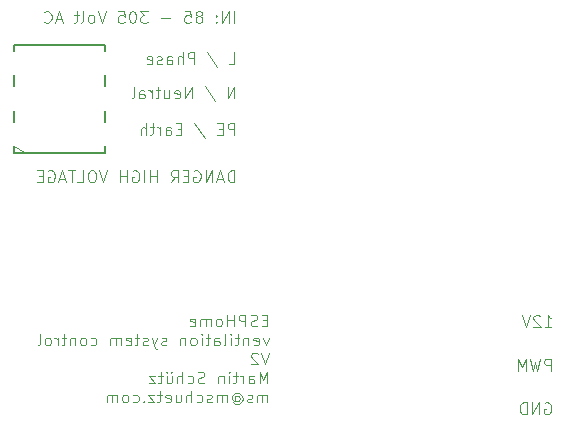
<source format=gbr>
%TF.GenerationSoftware,KiCad,Pcbnew,8.0.6*%
%TF.CreationDate,2025-02-17T14:25:19+01:00*%
%TF.ProjectId,KWLcontrol,4b574c63-6f6e-4747-926f-6c2e6b696361,rev?*%
%TF.SameCoordinates,Original*%
%TF.FileFunction,Legend,Bot*%
%TF.FilePolarity,Positive*%
%FSLAX46Y46*%
G04 Gerber Fmt 4.6, Leading zero omitted, Abs format (unit mm)*
G04 Created by KiCad (PCBNEW 8.0.6) date 2025-02-17 14:25:19*
%MOMM*%
%LPD*%
G01*
G04 APERTURE LIST*
%ADD10C,0.100000*%
%ADD11C,0.152400*%
G04 APERTURE END LIST*
D10*
X131896115Y-124472419D02*
X131896115Y-123472419D01*
X131896115Y-123472419D02*
X131658020Y-123472419D01*
X131658020Y-123472419D02*
X131515163Y-123520038D01*
X131515163Y-123520038D02*
X131419925Y-123615276D01*
X131419925Y-123615276D02*
X131372306Y-123710514D01*
X131372306Y-123710514D02*
X131324687Y-123900990D01*
X131324687Y-123900990D02*
X131324687Y-124043847D01*
X131324687Y-124043847D02*
X131372306Y-124234323D01*
X131372306Y-124234323D02*
X131419925Y-124329561D01*
X131419925Y-124329561D02*
X131515163Y-124424800D01*
X131515163Y-124424800D02*
X131658020Y-124472419D01*
X131658020Y-124472419D02*
X131896115Y-124472419D01*
X130943734Y-124186704D02*
X130467544Y-124186704D01*
X131038972Y-124472419D02*
X130705639Y-123472419D01*
X130705639Y-123472419D02*
X130372306Y-124472419D01*
X130038972Y-124472419D02*
X130038972Y-123472419D01*
X130038972Y-123472419D02*
X129467544Y-124472419D01*
X129467544Y-124472419D02*
X129467544Y-123472419D01*
X128467544Y-123520038D02*
X128562782Y-123472419D01*
X128562782Y-123472419D02*
X128705639Y-123472419D01*
X128705639Y-123472419D02*
X128848496Y-123520038D01*
X128848496Y-123520038D02*
X128943734Y-123615276D01*
X128943734Y-123615276D02*
X128991353Y-123710514D01*
X128991353Y-123710514D02*
X129038972Y-123900990D01*
X129038972Y-123900990D02*
X129038972Y-124043847D01*
X129038972Y-124043847D02*
X128991353Y-124234323D01*
X128991353Y-124234323D02*
X128943734Y-124329561D01*
X128943734Y-124329561D02*
X128848496Y-124424800D01*
X128848496Y-124424800D02*
X128705639Y-124472419D01*
X128705639Y-124472419D02*
X128610401Y-124472419D01*
X128610401Y-124472419D02*
X128467544Y-124424800D01*
X128467544Y-124424800D02*
X128419925Y-124377180D01*
X128419925Y-124377180D02*
X128419925Y-124043847D01*
X128419925Y-124043847D02*
X128610401Y-124043847D01*
X127991353Y-123948609D02*
X127658020Y-123948609D01*
X127515163Y-124472419D02*
X127991353Y-124472419D01*
X127991353Y-124472419D02*
X127991353Y-123472419D01*
X127991353Y-123472419D02*
X127515163Y-123472419D01*
X126515163Y-124472419D02*
X126848496Y-123996228D01*
X127086591Y-124472419D02*
X127086591Y-123472419D01*
X127086591Y-123472419D02*
X126705639Y-123472419D01*
X126705639Y-123472419D02*
X126610401Y-123520038D01*
X126610401Y-123520038D02*
X126562782Y-123567657D01*
X126562782Y-123567657D02*
X126515163Y-123662895D01*
X126515163Y-123662895D02*
X126515163Y-123805752D01*
X126515163Y-123805752D02*
X126562782Y-123900990D01*
X126562782Y-123900990D02*
X126610401Y-123948609D01*
X126610401Y-123948609D02*
X126705639Y-123996228D01*
X126705639Y-123996228D02*
X127086591Y-123996228D01*
X125324686Y-124472419D02*
X125324686Y-123472419D01*
X125324686Y-123948609D02*
X124753258Y-123948609D01*
X124753258Y-124472419D02*
X124753258Y-123472419D01*
X124277067Y-124472419D02*
X124277067Y-123472419D01*
X123277068Y-123520038D02*
X123372306Y-123472419D01*
X123372306Y-123472419D02*
X123515163Y-123472419D01*
X123515163Y-123472419D02*
X123658020Y-123520038D01*
X123658020Y-123520038D02*
X123753258Y-123615276D01*
X123753258Y-123615276D02*
X123800877Y-123710514D01*
X123800877Y-123710514D02*
X123848496Y-123900990D01*
X123848496Y-123900990D02*
X123848496Y-124043847D01*
X123848496Y-124043847D02*
X123800877Y-124234323D01*
X123800877Y-124234323D02*
X123753258Y-124329561D01*
X123753258Y-124329561D02*
X123658020Y-124424800D01*
X123658020Y-124424800D02*
X123515163Y-124472419D01*
X123515163Y-124472419D02*
X123419925Y-124472419D01*
X123419925Y-124472419D02*
X123277068Y-124424800D01*
X123277068Y-124424800D02*
X123229449Y-124377180D01*
X123229449Y-124377180D02*
X123229449Y-124043847D01*
X123229449Y-124043847D02*
X123419925Y-124043847D01*
X122800877Y-124472419D02*
X122800877Y-123472419D01*
X122800877Y-123948609D02*
X122229449Y-123948609D01*
X122229449Y-124472419D02*
X122229449Y-123472419D01*
X121134210Y-123472419D02*
X120800877Y-124472419D01*
X120800877Y-124472419D02*
X120467544Y-123472419D01*
X119943734Y-123472419D02*
X119753258Y-123472419D01*
X119753258Y-123472419D02*
X119658020Y-123520038D01*
X119658020Y-123520038D02*
X119562782Y-123615276D01*
X119562782Y-123615276D02*
X119515163Y-123805752D01*
X119515163Y-123805752D02*
X119515163Y-124139085D01*
X119515163Y-124139085D02*
X119562782Y-124329561D01*
X119562782Y-124329561D02*
X119658020Y-124424800D01*
X119658020Y-124424800D02*
X119753258Y-124472419D01*
X119753258Y-124472419D02*
X119943734Y-124472419D01*
X119943734Y-124472419D02*
X120038972Y-124424800D01*
X120038972Y-124424800D02*
X120134210Y-124329561D01*
X120134210Y-124329561D02*
X120181829Y-124139085D01*
X120181829Y-124139085D02*
X120181829Y-123805752D01*
X120181829Y-123805752D02*
X120134210Y-123615276D01*
X120134210Y-123615276D02*
X120038972Y-123520038D01*
X120038972Y-123520038D02*
X119943734Y-123472419D01*
X118610401Y-124472419D02*
X119086591Y-124472419D01*
X119086591Y-124472419D02*
X119086591Y-123472419D01*
X118419924Y-123472419D02*
X117848496Y-123472419D01*
X118134210Y-124472419D02*
X118134210Y-123472419D01*
X117562781Y-124186704D02*
X117086591Y-124186704D01*
X117658019Y-124472419D02*
X117324686Y-123472419D01*
X117324686Y-123472419D02*
X116991353Y-124472419D01*
X116134210Y-123520038D02*
X116229448Y-123472419D01*
X116229448Y-123472419D02*
X116372305Y-123472419D01*
X116372305Y-123472419D02*
X116515162Y-123520038D01*
X116515162Y-123520038D02*
X116610400Y-123615276D01*
X116610400Y-123615276D02*
X116658019Y-123710514D01*
X116658019Y-123710514D02*
X116705638Y-123900990D01*
X116705638Y-123900990D02*
X116705638Y-124043847D01*
X116705638Y-124043847D02*
X116658019Y-124234323D01*
X116658019Y-124234323D02*
X116610400Y-124329561D01*
X116610400Y-124329561D02*
X116515162Y-124424800D01*
X116515162Y-124424800D02*
X116372305Y-124472419D01*
X116372305Y-124472419D02*
X116277067Y-124472419D01*
X116277067Y-124472419D02*
X116134210Y-124424800D01*
X116134210Y-124424800D02*
X116086591Y-124377180D01*
X116086591Y-124377180D02*
X116086591Y-124043847D01*
X116086591Y-124043847D02*
X116277067Y-124043847D01*
X115658019Y-123948609D02*
X115324686Y-123948609D01*
X115181829Y-124472419D02*
X115658019Y-124472419D01*
X115658019Y-124472419D02*
X115658019Y-123472419D01*
X115658019Y-123472419D02*
X115181829Y-123472419D01*
X134696115Y-136158833D02*
X134362782Y-136158833D01*
X134219925Y-136682643D02*
X134696115Y-136682643D01*
X134696115Y-136682643D02*
X134696115Y-135682643D01*
X134696115Y-135682643D02*
X134219925Y-135682643D01*
X133838972Y-136635024D02*
X133696115Y-136682643D01*
X133696115Y-136682643D02*
X133458020Y-136682643D01*
X133458020Y-136682643D02*
X133362782Y-136635024D01*
X133362782Y-136635024D02*
X133315163Y-136587404D01*
X133315163Y-136587404D02*
X133267544Y-136492166D01*
X133267544Y-136492166D02*
X133267544Y-136396928D01*
X133267544Y-136396928D02*
X133315163Y-136301690D01*
X133315163Y-136301690D02*
X133362782Y-136254071D01*
X133362782Y-136254071D02*
X133458020Y-136206452D01*
X133458020Y-136206452D02*
X133648496Y-136158833D01*
X133648496Y-136158833D02*
X133743734Y-136111214D01*
X133743734Y-136111214D02*
X133791353Y-136063595D01*
X133791353Y-136063595D02*
X133838972Y-135968357D01*
X133838972Y-135968357D02*
X133838972Y-135873119D01*
X133838972Y-135873119D02*
X133791353Y-135777881D01*
X133791353Y-135777881D02*
X133743734Y-135730262D01*
X133743734Y-135730262D02*
X133648496Y-135682643D01*
X133648496Y-135682643D02*
X133410401Y-135682643D01*
X133410401Y-135682643D02*
X133267544Y-135730262D01*
X132838972Y-136682643D02*
X132838972Y-135682643D01*
X132838972Y-135682643D02*
X132458020Y-135682643D01*
X132458020Y-135682643D02*
X132362782Y-135730262D01*
X132362782Y-135730262D02*
X132315163Y-135777881D01*
X132315163Y-135777881D02*
X132267544Y-135873119D01*
X132267544Y-135873119D02*
X132267544Y-136015976D01*
X132267544Y-136015976D02*
X132315163Y-136111214D01*
X132315163Y-136111214D02*
X132362782Y-136158833D01*
X132362782Y-136158833D02*
X132458020Y-136206452D01*
X132458020Y-136206452D02*
X132838972Y-136206452D01*
X131838972Y-136682643D02*
X131838972Y-135682643D01*
X131838972Y-136158833D02*
X131267544Y-136158833D01*
X131267544Y-136682643D02*
X131267544Y-135682643D01*
X130648496Y-136682643D02*
X130743734Y-136635024D01*
X130743734Y-136635024D02*
X130791353Y-136587404D01*
X130791353Y-136587404D02*
X130838972Y-136492166D01*
X130838972Y-136492166D02*
X130838972Y-136206452D01*
X130838972Y-136206452D02*
X130791353Y-136111214D01*
X130791353Y-136111214D02*
X130743734Y-136063595D01*
X130743734Y-136063595D02*
X130648496Y-136015976D01*
X130648496Y-136015976D02*
X130505639Y-136015976D01*
X130505639Y-136015976D02*
X130410401Y-136063595D01*
X130410401Y-136063595D02*
X130362782Y-136111214D01*
X130362782Y-136111214D02*
X130315163Y-136206452D01*
X130315163Y-136206452D02*
X130315163Y-136492166D01*
X130315163Y-136492166D02*
X130362782Y-136587404D01*
X130362782Y-136587404D02*
X130410401Y-136635024D01*
X130410401Y-136635024D02*
X130505639Y-136682643D01*
X130505639Y-136682643D02*
X130648496Y-136682643D01*
X129886591Y-136682643D02*
X129886591Y-136015976D01*
X129886591Y-136111214D02*
X129838972Y-136063595D01*
X129838972Y-136063595D02*
X129743734Y-136015976D01*
X129743734Y-136015976D02*
X129600877Y-136015976D01*
X129600877Y-136015976D02*
X129505639Y-136063595D01*
X129505639Y-136063595D02*
X129458020Y-136158833D01*
X129458020Y-136158833D02*
X129458020Y-136682643D01*
X129458020Y-136158833D02*
X129410401Y-136063595D01*
X129410401Y-136063595D02*
X129315163Y-136015976D01*
X129315163Y-136015976D02*
X129172306Y-136015976D01*
X129172306Y-136015976D02*
X129077067Y-136063595D01*
X129077067Y-136063595D02*
X129029448Y-136158833D01*
X129029448Y-136158833D02*
X129029448Y-136682643D01*
X128172306Y-136635024D02*
X128267544Y-136682643D01*
X128267544Y-136682643D02*
X128458020Y-136682643D01*
X128458020Y-136682643D02*
X128553258Y-136635024D01*
X128553258Y-136635024D02*
X128600877Y-136539785D01*
X128600877Y-136539785D02*
X128600877Y-136158833D01*
X128600877Y-136158833D02*
X128553258Y-136063595D01*
X128553258Y-136063595D02*
X128458020Y-136015976D01*
X128458020Y-136015976D02*
X128267544Y-136015976D01*
X128267544Y-136015976D02*
X128172306Y-136063595D01*
X128172306Y-136063595D02*
X128124687Y-136158833D01*
X128124687Y-136158833D02*
X128124687Y-136254071D01*
X128124687Y-136254071D02*
X128600877Y-136349309D01*
X134791353Y-137625920D02*
X134553258Y-138292587D01*
X134553258Y-138292587D02*
X134315163Y-137625920D01*
X133553258Y-138244968D02*
X133648496Y-138292587D01*
X133648496Y-138292587D02*
X133838972Y-138292587D01*
X133838972Y-138292587D02*
X133934210Y-138244968D01*
X133934210Y-138244968D02*
X133981829Y-138149729D01*
X133981829Y-138149729D02*
X133981829Y-137768777D01*
X133981829Y-137768777D02*
X133934210Y-137673539D01*
X133934210Y-137673539D02*
X133838972Y-137625920D01*
X133838972Y-137625920D02*
X133648496Y-137625920D01*
X133648496Y-137625920D02*
X133553258Y-137673539D01*
X133553258Y-137673539D02*
X133505639Y-137768777D01*
X133505639Y-137768777D02*
X133505639Y-137864015D01*
X133505639Y-137864015D02*
X133981829Y-137959253D01*
X133077067Y-137625920D02*
X133077067Y-138292587D01*
X133077067Y-137721158D02*
X133029448Y-137673539D01*
X133029448Y-137673539D02*
X132934210Y-137625920D01*
X132934210Y-137625920D02*
X132791353Y-137625920D01*
X132791353Y-137625920D02*
X132696115Y-137673539D01*
X132696115Y-137673539D02*
X132648496Y-137768777D01*
X132648496Y-137768777D02*
X132648496Y-138292587D01*
X132315162Y-137625920D02*
X131934210Y-137625920D01*
X132172305Y-137292587D02*
X132172305Y-138149729D01*
X132172305Y-138149729D02*
X132124686Y-138244968D01*
X132124686Y-138244968D02*
X132029448Y-138292587D01*
X132029448Y-138292587D02*
X131934210Y-138292587D01*
X131600876Y-138292587D02*
X131600876Y-137625920D01*
X131600876Y-137292587D02*
X131648495Y-137340206D01*
X131648495Y-137340206D02*
X131600876Y-137387825D01*
X131600876Y-137387825D02*
X131553257Y-137340206D01*
X131553257Y-137340206D02*
X131600876Y-137292587D01*
X131600876Y-137292587D02*
X131600876Y-137387825D01*
X130981829Y-138292587D02*
X131077067Y-138244968D01*
X131077067Y-138244968D02*
X131124686Y-138149729D01*
X131124686Y-138149729D02*
X131124686Y-137292587D01*
X130172305Y-138292587D02*
X130172305Y-137768777D01*
X130172305Y-137768777D02*
X130219924Y-137673539D01*
X130219924Y-137673539D02*
X130315162Y-137625920D01*
X130315162Y-137625920D02*
X130505638Y-137625920D01*
X130505638Y-137625920D02*
X130600876Y-137673539D01*
X130172305Y-138244968D02*
X130267543Y-138292587D01*
X130267543Y-138292587D02*
X130505638Y-138292587D01*
X130505638Y-138292587D02*
X130600876Y-138244968D01*
X130600876Y-138244968D02*
X130648495Y-138149729D01*
X130648495Y-138149729D02*
X130648495Y-138054491D01*
X130648495Y-138054491D02*
X130600876Y-137959253D01*
X130600876Y-137959253D02*
X130505638Y-137911634D01*
X130505638Y-137911634D02*
X130267543Y-137911634D01*
X130267543Y-137911634D02*
X130172305Y-137864015D01*
X129838971Y-137625920D02*
X129458019Y-137625920D01*
X129696114Y-137292587D02*
X129696114Y-138149729D01*
X129696114Y-138149729D02*
X129648495Y-138244968D01*
X129648495Y-138244968D02*
X129553257Y-138292587D01*
X129553257Y-138292587D02*
X129458019Y-138292587D01*
X129124685Y-138292587D02*
X129124685Y-137625920D01*
X129124685Y-137292587D02*
X129172304Y-137340206D01*
X129172304Y-137340206D02*
X129124685Y-137387825D01*
X129124685Y-137387825D02*
X129077066Y-137340206D01*
X129077066Y-137340206D02*
X129124685Y-137292587D01*
X129124685Y-137292587D02*
X129124685Y-137387825D01*
X128505638Y-138292587D02*
X128600876Y-138244968D01*
X128600876Y-138244968D02*
X128648495Y-138197348D01*
X128648495Y-138197348D02*
X128696114Y-138102110D01*
X128696114Y-138102110D02*
X128696114Y-137816396D01*
X128696114Y-137816396D02*
X128648495Y-137721158D01*
X128648495Y-137721158D02*
X128600876Y-137673539D01*
X128600876Y-137673539D02*
X128505638Y-137625920D01*
X128505638Y-137625920D02*
X128362781Y-137625920D01*
X128362781Y-137625920D02*
X128267543Y-137673539D01*
X128267543Y-137673539D02*
X128219924Y-137721158D01*
X128219924Y-137721158D02*
X128172305Y-137816396D01*
X128172305Y-137816396D02*
X128172305Y-138102110D01*
X128172305Y-138102110D02*
X128219924Y-138197348D01*
X128219924Y-138197348D02*
X128267543Y-138244968D01*
X128267543Y-138244968D02*
X128362781Y-138292587D01*
X128362781Y-138292587D02*
X128505638Y-138292587D01*
X127743733Y-137625920D02*
X127743733Y-138292587D01*
X127743733Y-137721158D02*
X127696114Y-137673539D01*
X127696114Y-137673539D02*
X127600876Y-137625920D01*
X127600876Y-137625920D02*
X127458019Y-137625920D01*
X127458019Y-137625920D02*
X127362781Y-137673539D01*
X127362781Y-137673539D02*
X127315162Y-137768777D01*
X127315162Y-137768777D02*
X127315162Y-138292587D01*
X126124685Y-138244968D02*
X126029447Y-138292587D01*
X126029447Y-138292587D02*
X125838971Y-138292587D01*
X125838971Y-138292587D02*
X125743733Y-138244968D01*
X125743733Y-138244968D02*
X125696114Y-138149729D01*
X125696114Y-138149729D02*
X125696114Y-138102110D01*
X125696114Y-138102110D02*
X125743733Y-138006872D01*
X125743733Y-138006872D02*
X125838971Y-137959253D01*
X125838971Y-137959253D02*
X125981828Y-137959253D01*
X125981828Y-137959253D02*
X126077066Y-137911634D01*
X126077066Y-137911634D02*
X126124685Y-137816396D01*
X126124685Y-137816396D02*
X126124685Y-137768777D01*
X126124685Y-137768777D02*
X126077066Y-137673539D01*
X126077066Y-137673539D02*
X125981828Y-137625920D01*
X125981828Y-137625920D02*
X125838971Y-137625920D01*
X125838971Y-137625920D02*
X125743733Y-137673539D01*
X125362780Y-137625920D02*
X125124685Y-138292587D01*
X124886590Y-137625920D02*
X125124685Y-138292587D01*
X125124685Y-138292587D02*
X125219923Y-138530682D01*
X125219923Y-138530682D02*
X125267542Y-138578301D01*
X125267542Y-138578301D02*
X125362780Y-138625920D01*
X124553256Y-138244968D02*
X124458018Y-138292587D01*
X124458018Y-138292587D02*
X124267542Y-138292587D01*
X124267542Y-138292587D02*
X124172304Y-138244968D01*
X124172304Y-138244968D02*
X124124685Y-138149729D01*
X124124685Y-138149729D02*
X124124685Y-138102110D01*
X124124685Y-138102110D02*
X124172304Y-138006872D01*
X124172304Y-138006872D02*
X124267542Y-137959253D01*
X124267542Y-137959253D02*
X124410399Y-137959253D01*
X124410399Y-137959253D02*
X124505637Y-137911634D01*
X124505637Y-137911634D02*
X124553256Y-137816396D01*
X124553256Y-137816396D02*
X124553256Y-137768777D01*
X124553256Y-137768777D02*
X124505637Y-137673539D01*
X124505637Y-137673539D02*
X124410399Y-137625920D01*
X124410399Y-137625920D02*
X124267542Y-137625920D01*
X124267542Y-137625920D02*
X124172304Y-137673539D01*
X123838970Y-137625920D02*
X123458018Y-137625920D01*
X123696113Y-137292587D02*
X123696113Y-138149729D01*
X123696113Y-138149729D02*
X123648494Y-138244968D01*
X123648494Y-138244968D02*
X123553256Y-138292587D01*
X123553256Y-138292587D02*
X123458018Y-138292587D01*
X122743732Y-138244968D02*
X122838970Y-138292587D01*
X122838970Y-138292587D02*
X123029446Y-138292587D01*
X123029446Y-138292587D02*
X123124684Y-138244968D01*
X123124684Y-138244968D02*
X123172303Y-138149729D01*
X123172303Y-138149729D02*
X123172303Y-137768777D01*
X123172303Y-137768777D02*
X123124684Y-137673539D01*
X123124684Y-137673539D02*
X123029446Y-137625920D01*
X123029446Y-137625920D02*
X122838970Y-137625920D01*
X122838970Y-137625920D02*
X122743732Y-137673539D01*
X122743732Y-137673539D02*
X122696113Y-137768777D01*
X122696113Y-137768777D02*
X122696113Y-137864015D01*
X122696113Y-137864015D02*
X123172303Y-137959253D01*
X122267541Y-138292587D02*
X122267541Y-137625920D01*
X122267541Y-137721158D02*
X122219922Y-137673539D01*
X122219922Y-137673539D02*
X122124684Y-137625920D01*
X122124684Y-137625920D02*
X121981827Y-137625920D01*
X121981827Y-137625920D02*
X121886589Y-137673539D01*
X121886589Y-137673539D02*
X121838970Y-137768777D01*
X121838970Y-137768777D02*
X121838970Y-138292587D01*
X121838970Y-137768777D02*
X121791351Y-137673539D01*
X121791351Y-137673539D02*
X121696113Y-137625920D01*
X121696113Y-137625920D02*
X121553256Y-137625920D01*
X121553256Y-137625920D02*
X121458017Y-137673539D01*
X121458017Y-137673539D02*
X121410398Y-137768777D01*
X121410398Y-137768777D02*
X121410398Y-138292587D01*
X119743732Y-138244968D02*
X119838970Y-138292587D01*
X119838970Y-138292587D02*
X120029446Y-138292587D01*
X120029446Y-138292587D02*
X120124684Y-138244968D01*
X120124684Y-138244968D02*
X120172303Y-138197348D01*
X120172303Y-138197348D02*
X120219922Y-138102110D01*
X120219922Y-138102110D02*
X120219922Y-137816396D01*
X120219922Y-137816396D02*
X120172303Y-137721158D01*
X120172303Y-137721158D02*
X120124684Y-137673539D01*
X120124684Y-137673539D02*
X120029446Y-137625920D01*
X120029446Y-137625920D02*
X119838970Y-137625920D01*
X119838970Y-137625920D02*
X119743732Y-137673539D01*
X119172303Y-138292587D02*
X119267541Y-138244968D01*
X119267541Y-138244968D02*
X119315160Y-138197348D01*
X119315160Y-138197348D02*
X119362779Y-138102110D01*
X119362779Y-138102110D02*
X119362779Y-137816396D01*
X119362779Y-137816396D02*
X119315160Y-137721158D01*
X119315160Y-137721158D02*
X119267541Y-137673539D01*
X119267541Y-137673539D02*
X119172303Y-137625920D01*
X119172303Y-137625920D02*
X119029446Y-137625920D01*
X119029446Y-137625920D02*
X118934208Y-137673539D01*
X118934208Y-137673539D02*
X118886589Y-137721158D01*
X118886589Y-137721158D02*
X118838970Y-137816396D01*
X118838970Y-137816396D02*
X118838970Y-138102110D01*
X118838970Y-138102110D02*
X118886589Y-138197348D01*
X118886589Y-138197348D02*
X118934208Y-138244968D01*
X118934208Y-138244968D02*
X119029446Y-138292587D01*
X119029446Y-138292587D02*
X119172303Y-138292587D01*
X118410398Y-137625920D02*
X118410398Y-138292587D01*
X118410398Y-137721158D02*
X118362779Y-137673539D01*
X118362779Y-137673539D02*
X118267541Y-137625920D01*
X118267541Y-137625920D02*
X118124684Y-137625920D01*
X118124684Y-137625920D02*
X118029446Y-137673539D01*
X118029446Y-137673539D02*
X117981827Y-137768777D01*
X117981827Y-137768777D02*
X117981827Y-138292587D01*
X117648493Y-137625920D02*
X117267541Y-137625920D01*
X117505636Y-137292587D02*
X117505636Y-138149729D01*
X117505636Y-138149729D02*
X117458017Y-138244968D01*
X117458017Y-138244968D02*
X117362779Y-138292587D01*
X117362779Y-138292587D02*
X117267541Y-138292587D01*
X116934207Y-138292587D02*
X116934207Y-137625920D01*
X116934207Y-137816396D02*
X116886588Y-137721158D01*
X116886588Y-137721158D02*
X116838969Y-137673539D01*
X116838969Y-137673539D02*
X116743731Y-137625920D01*
X116743731Y-137625920D02*
X116648493Y-137625920D01*
X116172302Y-138292587D02*
X116267540Y-138244968D01*
X116267540Y-138244968D02*
X116315159Y-138197348D01*
X116315159Y-138197348D02*
X116362778Y-138102110D01*
X116362778Y-138102110D02*
X116362778Y-137816396D01*
X116362778Y-137816396D02*
X116315159Y-137721158D01*
X116315159Y-137721158D02*
X116267540Y-137673539D01*
X116267540Y-137673539D02*
X116172302Y-137625920D01*
X116172302Y-137625920D02*
X116029445Y-137625920D01*
X116029445Y-137625920D02*
X115934207Y-137673539D01*
X115934207Y-137673539D02*
X115886588Y-137721158D01*
X115886588Y-137721158D02*
X115838969Y-137816396D01*
X115838969Y-137816396D02*
X115838969Y-138102110D01*
X115838969Y-138102110D02*
X115886588Y-138197348D01*
X115886588Y-138197348D02*
X115934207Y-138244968D01*
X115934207Y-138244968D02*
X116029445Y-138292587D01*
X116029445Y-138292587D02*
X116172302Y-138292587D01*
X115267540Y-138292587D02*
X115362778Y-138244968D01*
X115362778Y-138244968D02*
X115410397Y-138149729D01*
X115410397Y-138149729D02*
X115410397Y-137292587D01*
X134838972Y-138902531D02*
X134505639Y-139902531D01*
X134505639Y-139902531D02*
X134172306Y-138902531D01*
X133886591Y-138997769D02*
X133838972Y-138950150D01*
X133838972Y-138950150D02*
X133743734Y-138902531D01*
X133743734Y-138902531D02*
X133505639Y-138902531D01*
X133505639Y-138902531D02*
X133410401Y-138950150D01*
X133410401Y-138950150D02*
X133362782Y-138997769D01*
X133362782Y-138997769D02*
X133315163Y-139093007D01*
X133315163Y-139093007D02*
X133315163Y-139188245D01*
X133315163Y-139188245D02*
X133362782Y-139331102D01*
X133362782Y-139331102D02*
X133934210Y-139902531D01*
X133934210Y-139902531D02*
X133315163Y-139902531D01*
X134696115Y-141512475D02*
X134696115Y-140512475D01*
X134696115Y-140512475D02*
X134362782Y-141226760D01*
X134362782Y-141226760D02*
X134029449Y-140512475D01*
X134029449Y-140512475D02*
X134029449Y-141512475D01*
X133124687Y-141512475D02*
X133124687Y-140988665D01*
X133124687Y-140988665D02*
X133172306Y-140893427D01*
X133172306Y-140893427D02*
X133267544Y-140845808D01*
X133267544Y-140845808D02*
X133458020Y-140845808D01*
X133458020Y-140845808D02*
X133553258Y-140893427D01*
X133124687Y-141464856D02*
X133219925Y-141512475D01*
X133219925Y-141512475D02*
X133458020Y-141512475D01*
X133458020Y-141512475D02*
X133553258Y-141464856D01*
X133553258Y-141464856D02*
X133600877Y-141369617D01*
X133600877Y-141369617D02*
X133600877Y-141274379D01*
X133600877Y-141274379D02*
X133553258Y-141179141D01*
X133553258Y-141179141D02*
X133458020Y-141131522D01*
X133458020Y-141131522D02*
X133219925Y-141131522D01*
X133219925Y-141131522D02*
X133124687Y-141083903D01*
X132648496Y-141512475D02*
X132648496Y-140845808D01*
X132648496Y-141036284D02*
X132600877Y-140941046D01*
X132600877Y-140941046D02*
X132553258Y-140893427D01*
X132553258Y-140893427D02*
X132458020Y-140845808D01*
X132458020Y-140845808D02*
X132362782Y-140845808D01*
X132172305Y-140845808D02*
X131791353Y-140845808D01*
X132029448Y-140512475D02*
X132029448Y-141369617D01*
X132029448Y-141369617D02*
X131981829Y-141464856D01*
X131981829Y-141464856D02*
X131886591Y-141512475D01*
X131886591Y-141512475D02*
X131791353Y-141512475D01*
X131458019Y-141512475D02*
X131458019Y-140845808D01*
X131458019Y-140512475D02*
X131505638Y-140560094D01*
X131505638Y-140560094D02*
X131458019Y-140607713D01*
X131458019Y-140607713D02*
X131410400Y-140560094D01*
X131410400Y-140560094D02*
X131458019Y-140512475D01*
X131458019Y-140512475D02*
X131458019Y-140607713D01*
X130981829Y-140845808D02*
X130981829Y-141512475D01*
X130981829Y-140941046D02*
X130934210Y-140893427D01*
X130934210Y-140893427D02*
X130838972Y-140845808D01*
X130838972Y-140845808D02*
X130696115Y-140845808D01*
X130696115Y-140845808D02*
X130600877Y-140893427D01*
X130600877Y-140893427D02*
X130553258Y-140988665D01*
X130553258Y-140988665D02*
X130553258Y-141512475D01*
X129362781Y-141464856D02*
X129219924Y-141512475D01*
X129219924Y-141512475D02*
X128981829Y-141512475D01*
X128981829Y-141512475D02*
X128886591Y-141464856D01*
X128886591Y-141464856D02*
X128838972Y-141417236D01*
X128838972Y-141417236D02*
X128791353Y-141321998D01*
X128791353Y-141321998D02*
X128791353Y-141226760D01*
X128791353Y-141226760D02*
X128838972Y-141131522D01*
X128838972Y-141131522D02*
X128886591Y-141083903D01*
X128886591Y-141083903D02*
X128981829Y-141036284D01*
X128981829Y-141036284D02*
X129172305Y-140988665D01*
X129172305Y-140988665D02*
X129267543Y-140941046D01*
X129267543Y-140941046D02*
X129315162Y-140893427D01*
X129315162Y-140893427D02*
X129362781Y-140798189D01*
X129362781Y-140798189D02*
X129362781Y-140702951D01*
X129362781Y-140702951D02*
X129315162Y-140607713D01*
X129315162Y-140607713D02*
X129267543Y-140560094D01*
X129267543Y-140560094D02*
X129172305Y-140512475D01*
X129172305Y-140512475D02*
X128934210Y-140512475D01*
X128934210Y-140512475D02*
X128791353Y-140560094D01*
X127934210Y-141464856D02*
X128029448Y-141512475D01*
X128029448Y-141512475D02*
X128219924Y-141512475D01*
X128219924Y-141512475D02*
X128315162Y-141464856D01*
X128315162Y-141464856D02*
X128362781Y-141417236D01*
X128362781Y-141417236D02*
X128410400Y-141321998D01*
X128410400Y-141321998D02*
X128410400Y-141036284D01*
X128410400Y-141036284D02*
X128362781Y-140941046D01*
X128362781Y-140941046D02*
X128315162Y-140893427D01*
X128315162Y-140893427D02*
X128219924Y-140845808D01*
X128219924Y-140845808D02*
X128029448Y-140845808D01*
X128029448Y-140845808D02*
X127934210Y-140893427D01*
X127505638Y-141512475D02*
X127505638Y-140512475D01*
X127077067Y-141512475D02*
X127077067Y-140988665D01*
X127077067Y-140988665D02*
X127124686Y-140893427D01*
X127124686Y-140893427D02*
X127219924Y-140845808D01*
X127219924Y-140845808D02*
X127362781Y-140845808D01*
X127362781Y-140845808D02*
X127458019Y-140893427D01*
X127458019Y-140893427D02*
X127505638Y-140941046D01*
X126172305Y-140845808D02*
X126172305Y-141512475D01*
X126600876Y-140845808D02*
X126600876Y-141369617D01*
X126600876Y-141369617D02*
X126553257Y-141464856D01*
X126553257Y-141464856D02*
X126458019Y-141512475D01*
X126458019Y-141512475D02*
X126315162Y-141512475D01*
X126315162Y-141512475D02*
X126219924Y-141464856D01*
X126219924Y-141464856D02*
X126172305Y-141417236D01*
X126553257Y-140512475D02*
X126505638Y-140560094D01*
X126505638Y-140560094D02*
X126553257Y-140607713D01*
X126553257Y-140607713D02*
X126600876Y-140560094D01*
X126600876Y-140560094D02*
X126553257Y-140512475D01*
X126553257Y-140512475D02*
X126553257Y-140607713D01*
X126172305Y-140512475D02*
X126124686Y-140560094D01*
X126124686Y-140560094D02*
X126172305Y-140607713D01*
X126172305Y-140607713D02*
X126219924Y-140560094D01*
X126219924Y-140560094D02*
X126172305Y-140512475D01*
X126172305Y-140512475D02*
X126172305Y-140607713D01*
X125838971Y-140845808D02*
X125458019Y-140845808D01*
X125696114Y-140512475D02*
X125696114Y-141369617D01*
X125696114Y-141369617D02*
X125648495Y-141464856D01*
X125648495Y-141464856D02*
X125553257Y-141512475D01*
X125553257Y-141512475D02*
X125458019Y-141512475D01*
X125219923Y-140845808D02*
X124696114Y-140845808D01*
X124696114Y-140845808D02*
X125219923Y-141512475D01*
X125219923Y-141512475D02*
X124696114Y-141512475D01*
X134696115Y-143122419D02*
X134696115Y-142455752D01*
X134696115Y-142550990D02*
X134648496Y-142503371D01*
X134648496Y-142503371D02*
X134553258Y-142455752D01*
X134553258Y-142455752D02*
X134410401Y-142455752D01*
X134410401Y-142455752D02*
X134315163Y-142503371D01*
X134315163Y-142503371D02*
X134267544Y-142598609D01*
X134267544Y-142598609D02*
X134267544Y-143122419D01*
X134267544Y-142598609D02*
X134219925Y-142503371D01*
X134219925Y-142503371D02*
X134124687Y-142455752D01*
X134124687Y-142455752D02*
X133981830Y-142455752D01*
X133981830Y-142455752D02*
X133886591Y-142503371D01*
X133886591Y-142503371D02*
X133838972Y-142598609D01*
X133838972Y-142598609D02*
X133838972Y-143122419D01*
X133410401Y-143074800D02*
X133315163Y-143122419D01*
X133315163Y-143122419D02*
X133124687Y-143122419D01*
X133124687Y-143122419D02*
X133029449Y-143074800D01*
X133029449Y-143074800D02*
X132981830Y-142979561D01*
X132981830Y-142979561D02*
X132981830Y-142931942D01*
X132981830Y-142931942D02*
X133029449Y-142836704D01*
X133029449Y-142836704D02*
X133124687Y-142789085D01*
X133124687Y-142789085D02*
X133267544Y-142789085D01*
X133267544Y-142789085D02*
X133362782Y-142741466D01*
X133362782Y-142741466D02*
X133410401Y-142646228D01*
X133410401Y-142646228D02*
X133410401Y-142598609D01*
X133410401Y-142598609D02*
X133362782Y-142503371D01*
X133362782Y-142503371D02*
X133267544Y-142455752D01*
X133267544Y-142455752D02*
X133124687Y-142455752D01*
X133124687Y-142455752D02*
X133029449Y-142503371D01*
X131934211Y-142646228D02*
X131981830Y-142598609D01*
X131981830Y-142598609D02*
X132077068Y-142550990D01*
X132077068Y-142550990D02*
X132172306Y-142550990D01*
X132172306Y-142550990D02*
X132267544Y-142598609D01*
X132267544Y-142598609D02*
X132315163Y-142646228D01*
X132315163Y-142646228D02*
X132362782Y-142741466D01*
X132362782Y-142741466D02*
X132362782Y-142836704D01*
X132362782Y-142836704D02*
X132315163Y-142931942D01*
X132315163Y-142931942D02*
X132267544Y-142979561D01*
X132267544Y-142979561D02*
X132172306Y-143027180D01*
X132172306Y-143027180D02*
X132077068Y-143027180D01*
X132077068Y-143027180D02*
X131981830Y-142979561D01*
X131981830Y-142979561D02*
X131934211Y-142931942D01*
X131934211Y-142550990D02*
X131934211Y-142931942D01*
X131934211Y-142931942D02*
X131886592Y-142979561D01*
X131886592Y-142979561D02*
X131838973Y-142979561D01*
X131838973Y-142979561D02*
X131743734Y-142931942D01*
X131743734Y-142931942D02*
X131696115Y-142836704D01*
X131696115Y-142836704D02*
X131696115Y-142598609D01*
X131696115Y-142598609D02*
X131791354Y-142455752D01*
X131791354Y-142455752D02*
X131934211Y-142360514D01*
X131934211Y-142360514D02*
X132124687Y-142312895D01*
X132124687Y-142312895D02*
X132315163Y-142360514D01*
X132315163Y-142360514D02*
X132458020Y-142455752D01*
X132458020Y-142455752D02*
X132553258Y-142598609D01*
X132553258Y-142598609D02*
X132600877Y-142789085D01*
X132600877Y-142789085D02*
X132553258Y-142979561D01*
X132553258Y-142979561D02*
X132458020Y-143122419D01*
X132458020Y-143122419D02*
X132315163Y-143217657D01*
X132315163Y-143217657D02*
X132124687Y-143265276D01*
X132124687Y-143265276D02*
X131934211Y-143217657D01*
X131934211Y-143217657D02*
X131791354Y-143122419D01*
X131267544Y-143122419D02*
X131267544Y-142455752D01*
X131267544Y-142550990D02*
X131219925Y-142503371D01*
X131219925Y-142503371D02*
X131124687Y-142455752D01*
X131124687Y-142455752D02*
X130981830Y-142455752D01*
X130981830Y-142455752D02*
X130886592Y-142503371D01*
X130886592Y-142503371D02*
X130838973Y-142598609D01*
X130838973Y-142598609D02*
X130838973Y-143122419D01*
X130838973Y-142598609D02*
X130791354Y-142503371D01*
X130791354Y-142503371D02*
X130696116Y-142455752D01*
X130696116Y-142455752D02*
X130553259Y-142455752D01*
X130553259Y-142455752D02*
X130458020Y-142503371D01*
X130458020Y-142503371D02*
X130410401Y-142598609D01*
X130410401Y-142598609D02*
X130410401Y-143122419D01*
X129981830Y-143074800D02*
X129886592Y-143122419D01*
X129886592Y-143122419D02*
X129696116Y-143122419D01*
X129696116Y-143122419D02*
X129600878Y-143074800D01*
X129600878Y-143074800D02*
X129553259Y-142979561D01*
X129553259Y-142979561D02*
X129553259Y-142931942D01*
X129553259Y-142931942D02*
X129600878Y-142836704D01*
X129600878Y-142836704D02*
X129696116Y-142789085D01*
X129696116Y-142789085D02*
X129838973Y-142789085D01*
X129838973Y-142789085D02*
X129934211Y-142741466D01*
X129934211Y-142741466D02*
X129981830Y-142646228D01*
X129981830Y-142646228D02*
X129981830Y-142598609D01*
X129981830Y-142598609D02*
X129934211Y-142503371D01*
X129934211Y-142503371D02*
X129838973Y-142455752D01*
X129838973Y-142455752D02*
X129696116Y-142455752D01*
X129696116Y-142455752D02*
X129600878Y-142503371D01*
X128696116Y-143074800D02*
X128791354Y-143122419D01*
X128791354Y-143122419D02*
X128981830Y-143122419D01*
X128981830Y-143122419D02*
X129077068Y-143074800D01*
X129077068Y-143074800D02*
X129124687Y-143027180D01*
X129124687Y-143027180D02*
X129172306Y-142931942D01*
X129172306Y-142931942D02*
X129172306Y-142646228D01*
X129172306Y-142646228D02*
X129124687Y-142550990D01*
X129124687Y-142550990D02*
X129077068Y-142503371D01*
X129077068Y-142503371D02*
X128981830Y-142455752D01*
X128981830Y-142455752D02*
X128791354Y-142455752D01*
X128791354Y-142455752D02*
X128696116Y-142503371D01*
X128267544Y-143122419D02*
X128267544Y-142122419D01*
X127838973Y-143122419D02*
X127838973Y-142598609D01*
X127838973Y-142598609D02*
X127886592Y-142503371D01*
X127886592Y-142503371D02*
X127981830Y-142455752D01*
X127981830Y-142455752D02*
X128124687Y-142455752D01*
X128124687Y-142455752D02*
X128219925Y-142503371D01*
X128219925Y-142503371D02*
X128267544Y-142550990D01*
X126934211Y-142455752D02*
X126934211Y-143122419D01*
X127362782Y-142455752D02*
X127362782Y-142979561D01*
X127362782Y-142979561D02*
X127315163Y-143074800D01*
X127315163Y-143074800D02*
X127219925Y-143122419D01*
X127219925Y-143122419D02*
X127077068Y-143122419D01*
X127077068Y-143122419D02*
X126981830Y-143074800D01*
X126981830Y-143074800D02*
X126934211Y-143027180D01*
X126077068Y-143074800D02*
X126172306Y-143122419D01*
X126172306Y-143122419D02*
X126362782Y-143122419D01*
X126362782Y-143122419D02*
X126458020Y-143074800D01*
X126458020Y-143074800D02*
X126505639Y-142979561D01*
X126505639Y-142979561D02*
X126505639Y-142598609D01*
X126505639Y-142598609D02*
X126458020Y-142503371D01*
X126458020Y-142503371D02*
X126362782Y-142455752D01*
X126362782Y-142455752D02*
X126172306Y-142455752D01*
X126172306Y-142455752D02*
X126077068Y-142503371D01*
X126077068Y-142503371D02*
X126029449Y-142598609D01*
X126029449Y-142598609D02*
X126029449Y-142693847D01*
X126029449Y-142693847D02*
X126505639Y-142789085D01*
X125743734Y-142455752D02*
X125362782Y-142455752D01*
X125600877Y-142122419D02*
X125600877Y-142979561D01*
X125600877Y-142979561D02*
X125553258Y-143074800D01*
X125553258Y-143074800D02*
X125458020Y-143122419D01*
X125458020Y-143122419D02*
X125362782Y-143122419D01*
X125124686Y-142455752D02*
X124600877Y-142455752D01*
X124600877Y-142455752D02*
X125124686Y-143122419D01*
X125124686Y-143122419D02*
X124600877Y-143122419D01*
X124219924Y-143027180D02*
X124172305Y-143074800D01*
X124172305Y-143074800D02*
X124219924Y-143122419D01*
X124219924Y-143122419D02*
X124267543Y-143074800D01*
X124267543Y-143074800D02*
X124219924Y-143027180D01*
X124219924Y-143027180D02*
X124219924Y-143122419D01*
X123315163Y-143074800D02*
X123410401Y-143122419D01*
X123410401Y-143122419D02*
X123600877Y-143122419D01*
X123600877Y-143122419D02*
X123696115Y-143074800D01*
X123696115Y-143074800D02*
X123743734Y-143027180D01*
X123743734Y-143027180D02*
X123791353Y-142931942D01*
X123791353Y-142931942D02*
X123791353Y-142646228D01*
X123791353Y-142646228D02*
X123743734Y-142550990D01*
X123743734Y-142550990D02*
X123696115Y-142503371D01*
X123696115Y-142503371D02*
X123600877Y-142455752D01*
X123600877Y-142455752D02*
X123410401Y-142455752D01*
X123410401Y-142455752D02*
X123315163Y-142503371D01*
X122743734Y-143122419D02*
X122838972Y-143074800D01*
X122838972Y-143074800D02*
X122886591Y-143027180D01*
X122886591Y-143027180D02*
X122934210Y-142931942D01*
X122934210Y-142931942D02*
X122934210Y-142646228D01*
X122934210Y-142646228D02*
X122886591Y-142550990D01*
X122886591Y-142550990D02*
X122838972Y-142503371D01*
X122838972Y-142503371D02*
X122743734Y-142455752D01*
X122743734Y-142455752D02*
X122600877Y-142455752D01*
X122600877Y-142455752D02*
X122505639Y-142503371D01*
X122505639Y-142503371D02*
X122458020Y-142550990D01*
X122458020Y-142550990D02*
X122410401Y-142646228D01*
X122410401Y-142646228D02*
X122410401Y-142931942D01*
X122410401Y-142931942D02*
X122458020Y-143027180D01*
X122458020Y-143027180D02*
X122505639Y-143074800D01*
X122505639Y-143074800D02*
X122600877Y-143122419D01*
X122600877Y-143122419D02*
X122743734Y-143122419D01*
X121981829Y-143122419D02*
X121981829Y-142455752D01*
X121981829Y-142550990D02*
X121934210Y-142503371D01*
X121934210Y-142503371D02*
X121838972Y-142455752D01*
X121838972Y-142455752D02*
X121696115Y-142455752D01*
X121696115Y-142455752D02*
X121600877Y-142503371D01*
X121600877Y-142503371D02*
X121553258Y-142598609D01*
X121553258Y-142598609D02*
X121553258Y-143122419D01*
X121553258Y-142598609D02*
X121505639Y-142503371D01*
X121505639Y-142503371D02*
X121410401Y-142455752D01*
X121410401Y-142455752D02*
X121267544Y-142455752D01*
X121267544Y-142455752D02*
X121172305Y-142503371D01*
X121172305Y-142503371D02*
X121124686Y-142598609D01*
X121124686Y-142598609D02*
X121124686Y-143122419D01*
X158696115Y-140422419D02*
X158696115Y-139422419D01*
X158696115Y-139422419D02*
X158315163Y-139422419D01*
X158315163Y-139422419D02*
X158219925Y-139470038D01*
X158219925Y-139470038D02*
X158172306Y-139517657D01*
X158172306Y-139517657D02*
X158124687Y-139612895D01*
X158124687Y-139612895D02*
X158124687Y-139755752D01*
X158124687Y-139755752D02*
X158172306Y-139850990D01*
X158172306Y-139850990D02*
X158219925Y-139898609D01*
X158219925Y-139898609D02*
X158315163Y-139946228D01*
X158315163Y-139946228D02*
X158696115Y-139946228D01*
X157791353Y-139422419D02*
X157553258Y-140422419D01*
X157553258Y-140422419D02*
X157362782Y-139708133D01*
X157362782Y-139708133D02*
X157172306Y-140422419D01*
X157172306Y-140422419D02*
X156934211Y-139422419D01*
X156553258Y-140422419D02*
X156553258Y-139422419D01*
X156553258Y-139422419D02*
X156219925Y-140136704D01*
X156219925Y-140136704D02*
X155886592Y-139422419D01*
X155886592Y-139422419D02*
X155886592Y-140422419D01*
X131419925Y-114472419D02*
X131896115Y-114472419D01*
X131896115Y-114472419D02*
X131896115Y-113472419D01*
X129610401Y-113424800D02*
X130467543Y-114710514D01*
X128515162Y-114472419D02*
X128515162Y-113472419D01*
X128515162Y-113472419D02*
X128134210Y-113472419D01*
X128134210Y-113472419D02*
X128038972Y-113520038D01*
X128038972Y-113520038D02*
X127991353Y-113567657D01*
X127991353Y-113567657D02*
X127943734Y-113662895D01*
X127943734Y-113662895D02*
X127943734Y-113805752D01*
X127943734Y-113805752D02*
X127991353Y-113900990D01*
X127991353Y-113900990D02*
X128038972Y-113948609D01*
X128038972Y-113948609D02*
X128134210Y-113996228D01*
X128134210Y-113996228D02*
X128515162Y-113996228D01*
X127515162Y-114472419D02*
X127515162Y-113472419D01*
X127086591Y-114472419D02*
X127086591Y-113948609D01*
X127086591Y-113948609D02*
X127134210Y-113853371D01*
X127134210Y-113853371D02*
X127229448Y-113805752D01*
X127229448Y-113805752D02*
X127372305Y-113805752D01*
X127372305Y-113805752D02*
X127467543Y-113853371D01*
X127467543Y-113853371D02*
X127515162Y-113900990D01*
X126181829Y-114472419D02*
X126181829Y-113948609D01*
X126181829Y-113948609D02*
X126229448Y-113853371D01*
X126229448Y-113853371D02*
X126324686Y-113805752D01*
X126324686Y-113805752D02*
X126515162Y-113805752D01*
X126515162Y-113805752D02*
X126610400Y-113853371D01*
X126181829Y-114424800D02*
X126277067Y-114472419D01*
X126277067Y-114472419D02*
X126515162Y-114472419D01*
X126515162Y-114472419D02*
X126610400Y-114424800D01*
X126610400Y-114424800D02*
X126658019Y-114329561D01*
X126658019Y-114329561D02*
X126658019Y-114234323D01*
X126658019Y-114234323D02*
X126610400Y-114139085D01*
X126610400Y-114139085D02*
X126515162Y-114091466D01*
X126515162Y-114091466D02*
X126277067Y-114091466D01*
X126277067Y-114091466D02*
X126181829Y-114043847D01*
X125753257Y-114424800D02*
X125658019Y-114472419D01*
X125658019Y-114472419D02*
X125467543Y-114472419D01*
X125467543Y-114472419D02*
X125372305Y-114424800D01*
X125372305Y-114424800D02*
X125324686Y-114329561D01*
X125324686Y-114329561D02*
X125324686Y-114281942D01*
X125324686Y-114281942D02*
X125372305Y-114186704D01*
X125372305Y-114186704D02*
X125467543Y-114139085D01*
X125467543Y-114139085D02*
X125610400Y-114139085D01*
X125610400Y-114139085D02*
X125705638Y-114091466D01*
X125705638Y-114091466D02*
X125753257Y-113996228D01*
X125753257Y-113996228D02*
X125753257Y-113948609D01*
X125753257Y-113948609D02*
X125705638Y-113853371D01*
X125705638Y-113853371D02*
X125610400Y-113805752D01*
X125610400Y-113805752D02*
X125467543Y-113805752D01*
X125467543Y-113805752D02*
X125372305Y-113853371D01*
X124515162Y-114424800D02*
X124610400Y-114472419D01*
X124610400Y-114472419D02*
X124800876Y-114472419D01*
X124800876Y-114472419D02*
X124896114Y-114424800D01*
X124896114Y-114424800D02*
X124943733Y-114329561D01*
X124943733Y-114329561D02*
X124943733Y-113948609D01*
X124943733Y-113948609D02*
X124896114Y-113853371D01*
X124896114Y-113853371D02*
X124800876Y-113805752D01*
X124800876Y-113805752D02*
X124610400Y-113805752D01*
X124610400Y-113805752D02*
X124515162Y-113853371D01*
X124515162Y-113853371D02*
X124467543Y-113948609D01*
X124467543Y-113948609D02*
X124467543Y-114043847D01*
X124467543Y-114043847D02*
X124943733Y-114139085D01*
X131896115Y-117372419D02*
X131896115Y-116372419D01*
X131896115Y-116372419D02*
X131324687Y-117372419D01*
X131324687Y-117372419D02*
X131324687Y-116372419D01*
X129372306Y-116324800D02*
X130229448Y-117610514D01*
X128277067Y-117372419D02*
X128277067Y-116372419D01*
X128277067Y-116372419D02*
X127705639Y-117372419D01*
X127705639Y-117372419D02*
X127705639Y-116372419D01*
X126848496Y-117324800D02*
X126943734Y-117372419D01*
X126943734Y-117372419D02*
X127134210Y-117372419D01*
X127134210Y-117372419D02*
X127229448Y-117324800D01*
X127229448Y-117324800D02*
X127277067Y-117229561D01*
X127277067Y-117229561D02*
X127277067Y-116848609D01*
X127277067Y-116848609D02*
X127229448Y-116753371D01*
X127229448Y-116753371D02*
X127134210Y-116705752D01*
X127134210Y-116705752D02*
X126943734Y-116705752D01*
X126943734Y-116705752D02*
X126848496Y-116753371D01*
X126848496Y-116753371D02*
X126800877Y-116848609D01*
X126800877Y-116848609D02*
X126800877Y-116943847D01*
X126800877Y-116943847D02*
X127277067Y-117039085D01*
X125943734Y-116705752D02*
X125943734Y-117372419D01*
X126372305Y-116705752D02*
X126372305Y-117229561D01*
X126372305Y-117229561D02*
X126324686Y-117324800D01*
X126324686Y-117324800D02*
X126229448Y-117372419D01*
X126229448Y-117372419D02*
X126086591Y-117372419D01*
X126086591Y-117372419D02*
X125991353Y-117324800D01*
X125991353Y-117324800D02*
X125943734Y-117277180D01*
X125610400Y-116705752D02*
X125229448Y-116705752D01*
X125467543Y-116372419D02*
X125467543Y-117229561D01*
X125467543Y-117229561D02*
X125419924Y-117324800D01*
X125419924Y-117324800D02*
X125324686Y-117372419D01*
X125324686Y-117372419D02*
X125229448Y-117372419D01*
X124896114Y-117372419D02*
X124896114Y-116705752D01*
X124896114Y-116896228D02*
X124848495Y-116800990D01*
X124848495Y-116800990D02*
X124800876Y-116753371D01*
X124800876Y-116753371D02*
X124705638Y-116705752D01*
X124705638Y-116705752D02*
X124610400Y-116705752D01*
X123848495Y-117372419D02*
X123848495Y-116848609D01*
X123848495Y-116848609D02*
X123896114Y-116753371D01*
X123896114Y-116753371D02*
X123991352Y-116705752D01*
X123991352Y-116705752D02*
X124181828Y-116705752D01*
X124181828Y-116705752D02*
X124277066Y-116753371D01*
X123848495Y-117324800D02*
X123943733Y-117372419D01*
X123943733Y-117372419D02*
X124181828Y-117372419D01*
X124181828Y-117372419D02*
X124277066Y-117324800D01*
X124277066Y-117324800D02*
X124324685Y-117229561D01*
X124324685Y-117229561D02*
X124324685Y-117134323D01*
X124324685Y-117134323D02*
X124277066Y-117039085D01*
X124277066Y-117039085D02*
X124181828Y-116991466D01*
X124181828Y-116991466D02*
X123943733Y-116991466D01*
X123943733Y-116991466D02*
X123848495Y-116943847D01*
X123229447Y-117372419D02*
X123324685Y-117324800D01*
X123324685Y-117324800D02*
X123372304Y-117229561D01*
X123372304Y-117229561D02*
X123372304Y-116372419D01*
X131896115Y-110972419D02*
X131896115Y-109972419D01*
X131419925Y-110972419D02*
X131419925Y-109972419D01*
X131419925Y-109972419D02*
X130848497Y-110972419D01*
X130848497Y-110972419D02*
X130848497Y-109972419D01*
X130372306Y-110877180D02*
X130324687Y-110924800D01*
X130324687Y-110924800D02*
X130372306Y-110972419D01*
X130372306Y-110972419D02*
X130419925Y-110924800D01*
X130419925Y-110924800D02*
X130372306Y-110877180D01*
X130372306Y-110877180D02*
X130372306Y-110972419D01*
X130372306Y-110353371D02*
X130324687Y-110400990D01*
X130324687Y-110400990D02*
X130372306Y-110448609D01*
X130372306Y-110448609D02*
X130419925Y-110400990D01*
X130419925Y-110400990D02*
X130372306Y-110353371D01*
X130372306Y-110353371D02*
X130372306Y-110448609D01*
X128991354Y-110400990D02*
X129086592Y-110353371D01*
X129086592Y-110353371D02*
X129134211Y-110305752D01*
X129134211Y-110305752D02*
X129181830Y-110210514D01*
X129181830Y-110210514D02*
X129181830Y-110162895D01*
X129181830Y-110162895D02*
X129134211Y-110067657D01*
X129134211Y-110067657D02*
X129086592Y-110020038D01*
X129086592Y-110020038D02*
X128991354Y-109972419D01*
X128991354Y-109972419D02*
X128800878Y-109972419D01*
X128800878Y-109972419D02*
X128705640Y-110020038D01*
X128705640Y-110020038D02*
X128658021Y-110067657D01*
X128658021Y-110067657D02*
X128610402Y-110162895D01*
X128610402Y-110162895D02*
X128610402Y-110210514D01*
X128610402Y-110210514D02*
X128658021Y-110305752D01*
X128658021Y-110305752D02*
X128705640Y-110353371D01*
X128705640Y-110353371D02*
X128800878Y-110400990D01*
X128800878Y-110400990D02*
X128991354Y-110400990D01*
X128991354Y-110400990D02*
X129086592Y-110448609D01*
X129086592Y-110448609D02*
X129134211Y-110496228D01*
X129134211Y-110496228D02*
X129181830Y-110591466D01*
X129181830Y-110591466D02*
X129181830Y-110781942D01*
X129181830Y-110781942D02*
X129134211Y-110877180D01*
X129134211Y-110877180D02*
X129086592Y-110924800D01*
X129086592Y-110924800D02*
X128991354Y-110972419D01*
X128991354Y-110972419D02*
X128800878Y-110972419D01*
X128800878Y-110972419D02*
X128705640Y-110924800D01*
X128705640Y-110924800D02*
X128658021Y-110877180D01*
X128658021Y-110877180D02*
X128610402Y-110781942D01*
X128610402Y-110781942D02*
X128610402Y-110591466D01*
X128610402Y-110591466D02*
X128658021Y-110496228D01*
X128658021Y-110496228D02*
X128705640Y-110448609D01*
X128705640Y-110448609D02*
X128800878Y-110400990D01*
X127705640Y-109972419D02*
X128181830Y-109972419D01*
X128181830Y-109972419D02*
X128229449Y-110448609D01*
X128229449Y-110448609D02*
X128181830Y-110400990D01*
X128181830Y-110400990D02*
X128086592Y-110353371D01*
X128086592Y-110353371D02*
X127848497Y-110353371D01*
X127848497Y-110353371D02*
X127753259Y-110400990D01*
X127753259Y-110400990D02*
X127705640Y-110448609D01*
X127705640Y-110448609D02*
X127658021Y-110543847D01*
X127658021Y-110543847D02*
X127658021Y-110781942D01*
X127658021Y-110781942D02*
X127705640Y-110877180D01*
X127705640Y-110877180D02*
X127753259Y-110924800D01*
X127753259Y-110924800D02*
X127848497Y-110972419D01*
X127848497Y-110972419D02*
X128086592Y-110972419D01*
X128086592Y-110972419D02*
X128181830Y-110924800D01*
X128181830Y-110924800D02*
X128229449Y-110877180D01*
X126467544Y-110591466D02*
X125705640Y-110591466D01*
X124562782Y-109972419D02*
X123943735Y-109972419D01*
X123943735Y-109972419D02*
X124277068Y-110353371D01*
X124277068Y-110353371D02*
X124134211Y-110353371D01*
X124134211Y-110353371D02*
X124038973Y-110400990D01*
X124038973Y-110400990D02*
X123991354Y-110448609D01*
X123991354Y-110448609D02*
X123943735Y-110543847D01*
X123943735Y-110543847D02*
X123943735Y-110781942D01*
X123943735Y-110781942D02*
X123991354Y-110877180D01*
X123991354Y-110877180D02*
X124038973Y-110924800D01*
X124038973Y-110924800D02*
X124134211Y-110972419D01*
X124134211Y-110972419D02*
X124419925Y-110972419D01*
X124419925Y-110972419D02*
X124515163Y-110924800D01*
X124515163Y-110924800D02*
X124562782Y-110877180D01*
X123324687Y-109972419D02*
X123229449Y-109972419D01*
X123229449Y-109972419D02*
X123134211Y-110020038D01*
X123134211Y-110020038D02*
X123086592Y-110067657D01*
X123086592Y-110067657D02*
X123038973Y-110162895D01*
X123038973Y-110162895D02*
X122991354Y-110353371D01*
X122991354Y-110353371D02*
X122991354Y-110591466D01*
X122991354Y-110591466D02*
X123038973Y-110781942D01*
X123038973Y-110781942D02*
X123086592Y-110877180D01*
X123086592Y-110877180D02*
X123134211Y-110924800D01*
X123134211Y-110924800D02*
X123229449Y-110972419D01*
X123229449Y-110972419D02*
X123324687Y-110972419D01*
X123324687Y-110972419D02*
X123419925Y-110924800D01*
X123419925Y-110924800D02*
X123467544Y-110877180D01*
X123467544Y-110877180D02*
X123515163Y-110781942D01*
X123515163Y-110781942D02*
X123562782Y-110591466D01*
X123562782Y-110591466D02*
X123562782Y-110353371D01*
X123562782Y-110353371D02*
X123515163Y-110162895D01*
X123515163Y-110162895D02*
X123467544Y-110067657D01*
X123467544Y-110067657D02*
X123419925Y-110020038D01*
X123419925Y-110020038D02*
X123324687Y-109972419D01*
X122086592Y-109972419D02*
X122562782Y-109972419D01*
X122562782Y-109972419D02*
X122610401Y-110448609D01*
X122610401Y-110448609D02*
X122562782Y-110400990D01*
X122562782Y-110400990D02*
X122467544Y-110353371D01*
X122467544Y-110353371D02*
X122229449Y-110353371D01*
X122229449Y-110353371D02*
X122134211Y-110400990D01*
X122134211Y-110400990D02*
X122086592Y-110448609D01*
X122086592Y-110448609D02*
X122038973Y-110543847D01*
X122038973Y-110543847D02*
X122038973Y-110781942D01*
X122038973Y-110781942D02*
X122086592Y-110877180D01*
X122086592Y-110877180D02*
X122134211Y-110924800D01*
X122134211Y-110924800D02*
X122229449Y-110972419D01*
X122229449Y-110972419D02*
X122467544Y-110972419D01*
X122467544Y-110972419D02*
X122562782Y-110924800D01*
X122562782Y-110924800D02*
X122610401Y-110877180D01*
X120991353Y-109972419D02*
X120658020Y-110972419D01*
X120658020Y-110972419D02*
X120324687Y-109972419D01*
X119848496Y-110972419D02*
X119943734Y-110924800D01*
X119943734Y-110924800D02*
X119991353Y-110877180D01*
X119991353Y-110877180D02*
X120038972Y-110781942D01*
X120038972Y-110781942D02*
X120038972Y-110496228D01*
X120038972Y-110496228D02*
X119991353Y-110400990D01*
X119991353Y-110400990D02*
X119943734Y-110353371D01*
X119943734Y-110353371D02*
X119848496Y-110305752D01*
X119848496Y-110305752D02*
X119705639Y-110305752D01*
X119705639Y-110305752D02*
X119610401Y-110353371D01*
X119610401Y-110353371D02*
X119562782Y-110400990D01*
X119562782Y-110400990D02*
X119515163Y-110496228D01*
X119515163Y-110496228D02*
X119515163Y-110781942D01*
X119515163Y-110781942D02*
X119562782Y-110877180D01*
X119562782Y-110877180D02*
X119610401Y-110924800D01*
X119610401Y-110924800D02*
X119705639Y-110972419D01*
X119705639Y-110972419D02*
X119848496Y-110972419D01*
X118943734Y-110972419D02*
X119038972Y-110924800D01*
X119038972Y-110924800D02*
X119086591Y-110829561D01*
X119086591Y-110829561D02*
X119086591Y-109972419D01*
X118705638Y-110305752D02*
X118324686Y-110305752D01*
X118562781Y-109972419D02*
X118562781Y-110829561D01*
X118562781Y-110829561D02*
X118515162Y-110924800D01*
X118515162Y-110924800D02*
X118419924Y-110972419D01*
X118419924Y-110972419D02*
X118324686Y-110972419D01*
X117277066Y-110686704D02*
X116800876Y-110686704D01*
X117372304Y-110972419D02*
X117038971Y-109972419D01*
X117038971Y-109972419D02*
X116705638Y-110972419D01*
X115800876Y-110877180D02*
X115848495Y-110924800D01*
X115848495Y-110924800D02*
X115991352Y-110972419D01*
X115991352Y-110972419D02*
X116086590Y-110972419D01*
X116086590Y-110972419D02*
X116229447Y-110924800D01*
X116229447Y-110924800D02*
X116324685Y-110829561D01*
X116324685Y-110829561D02*
X116372304Y-110734323D01*
X116372304Y-110734323D02*
X116419923Y-110543847D01*
X116419923Y-110543847D02*
X116419923Y-110400990D01*
X116419923Y-110400990D02*
X116372304Y-110210514D01*
X116372304Y-110210514D02*
X116324685Y-110115276D01*
X116324685Y-110115276D02*
X116229447Y-110020038D01*
X116229447Y-110020038D02*
X116086590Y-109972419D01*
X116086590Y-109972419D02*
X115991352Y-109972419D01*
X115991352Y-109972419D02*
X115848495Y-110020038D01*
X115848495Y-110020038D02*
X115800876Y-110067657D01*
X131896115Y-120472419D02*
X131896115Y-119472419D01*
X131896115Y-119472419D02*
X131515163Y-119472419D01*
X131515163Y-119472419D02*
X131419925Y-119520038D01*
X131419925Y-119520038D02*
X131372306Y-119567657D01*
X131372306Y-119567657D02*
X131324687Y-119662895D01*
X131324687Y-119662895D02*
X131324687Y-119805752D01*
X131324687Y-119805752D02*
X131372306Y-119900990D01*
X131372306Y-119900990D02*
X131419925Y-119948609D01*
X131419925Y-119948609D02*
X131515163Y-119996228D01*
X131515163Y-119996228D02*
X131896115Y-119996228D01*
X130896115Y-119948609D02*
X130562782Y-119948609D01*
X130419925Y-120472419D02*
X130896115Y-120472419D01*
X130896115Y-120472419D02*
X130896115Y-119472419D01*
X130896115Y-119472419D02*
X130419925Y-119472419D01*
X128515163Y-119424800D02*
X129372305Y-120710514D01*
X127419924Y-119948609D02*
X127086591Y-119948609D01*
X126943734Y-120472419D02*
X127419924Y-120472419D01*
X127419924Y-120472419D02*
X127419924Y-119472419D01*
X127419924Y-119472419D02*
X126943734Y-119472419D01*
X126086591Y-120472419D02*
X126086591Y-119948609D01*
X126086591Y-119948609D02*
X126134210Y-119853371D01*
X126134210Y-119853371D02*
X126229448Y-119805752D01*
X126229448Y-119805752D02*
X126419924Y-119805752D01*
X126419924Y-119805752D02*
X126515162Y-119853371D01*
X126086591Y-120424800D02*
X126181829Y-120472419D01*
X126181829Y-120472419D02*
X126419924Y-120472419D01*
X126419924Y-120472419D02*
X126515162Y-120424800D01*
X126515162Y-120424800D02*
X126562781Y-120329561D01*
X126562781Y-120329561D02*
X126562781Y-120234323D01*
X126562781Y-120234323D02*
X126515162Y-120139085D01*
X126515162Y-120139085D02*
X126419924Y-120091466D01*
X126419924Y-120091466D02*
X126181829Y-120091466D01*
X126181829Y-120091466D02*
X126086591Y-120043847D01*
X125610400Y-120472419D02*
X125610400Y-119805752D01*
X125610400Y-119996228D02*
X125562781Y-119900990D01*
X125562781Y-119900990D02*
X125515162Y-119853371D01*
X125515162Y-119853371D02*
X125419924Y-119805752D01*
X125419924Y-119805752D02*
X125324686Y-119805752D01*
X125134209Y-119805752D02*
X124753257Y-119805752D01*
X124991352Y-119472419D02*
X124991352Y-120329561D01*
X124991352Y-120329561D02*
X124943733Y-120424800D01*
X124943733Y-120424800D02*
X124848495Y-120472419D01*
X124848495Y-120472419D02*
X124753257Y-120472419D01*
X124419923Y-120472419D02*
X124419923Y-119472419D01*
X123991352Y-120472419D02*
X123991352Y-119948609D01*
X123991352Y-119948609D02*
X124038971Y-119853371D01*
X124038971Y-119853371D02*
X124134209Y-119805752D01*
X124134209Y-119805752D02*
X124277066Y-119805752D01*
X124277066Y-119805752D02*
X124372304Y-119853371D01*
X124372304Y-119853371D02*
X124419923Y-119900990D01*
X158172306Y-136722419D02*
X158743734Y-136722419D01*
X158458020Y-136722419D02*
X158458020Y-135722419D01*
X158458020Y-135722419D02*
X158553258Y-135865276D01*
X158553258Y-135865276D02*
X158648496Y-135960514D01*
X158648496Y-135960514D02*
X158743734Y-136008133D01*
X157791353Y-135817657D02*
X157743734Y-135770038D01*
X157743734Y-135770038D02*
X157648496Y-135722419D01*
X157648496Y-135722419D02*
X157410401Y-135722419D01*
X157410401Y-135722419D02*
X157315163Y-135770038D01*
X157315163Y-135770038D02*
X157267544Y-135817657D01*
X157267544Y-135817657D02*
X157219925Y-135912895D01*
X157219925Y-135912895D02*
X157219925Y-136008133D01*
X157219925Y-136008133D02*
X157267544Y-136150990D01*
X157267544Y-136150990D02*
X157838972Y-136722419D01*
X157838972Y-136722419D02*
X157219925Y-136722419D01*
X156934210Y-135722419D02*
X156600877Y-136722419D01*
X156600877Y-136722419D02*
X156267544Y-135722419D01*
X158172306Y-143170038D02*
X158267544Y-143122419D01*
X158267544Y-143122419D02*
X158410401Y-143122419D01*
X158410401Y-143122419D02*
X158553258Y-143170038D01*
X158553258Y-143170038D02*
X158648496Y-143265276D01*
X158648496Y-143265276D02*
X158696115Y-143360514D01*
X158696115Y-143360514D02*
X158743734Y-143550990D01*
X158743734Y-143550990D02*
X158743734Y-143693847D01*
X158743734Y-143693847D02*
X158696115Y-143884323D01*
X158696115Y-143884323D02*
X158648496Y-143979561D01*
X158648496Y-143979561D02*
X158553258Y-144074800D01*
X158553258Y-144074800D02*
X158410401Y-144122419D01*
X158410401Y-144122419D02*
X158315163Y-144122419D01*
X158315163Y-144122419D02*
X158172306Y-144074800D01*
X158172306Y-144074800D02*
X158124687Y-144027180D01*
X158124687Y-144027180D02*
X158124687Y-143693847D01*
X158124687Y-143693847D02*
X158315163Y-143693847D01*
X157696115Y-144122419D02*
X157696115Y-143122419D01*
X157696115Y-143122419D02*
X157124687Y-144122419D01*
X157124687Y-144122419D02*
X157124687Y-143122419D01*
X156648496Y-144122419D02*
X156648496Y-143122419D01*
X156648496Y-143122419D02*
X156410401Y-143122419D01*
X156410401Y-143122419D02*
X156267544Y-143170038D01*
X156267544Y-143170038D02*
X156172306Y-143265276D01*
X156172306Y-143265276D02*
X156124687Y-143360514D01*
X156124687Y-143360514D02*
X156077068Y-143550990D01*
X156077068Y-143550990D02*
X156077068Y-143693847D01*
X156077068Y-143693847D02*
X156124687Y-143884323D01*
X156124687Y-143884323D02*
X156172306Y-143979561D01*
X156172306Y-143979561D02*
X156267544Y-144074800D01*
X156267544Y-144074800D02*
X156410401Y-144122419D01*
X156410401Y-144122419D02*
X156648496Y-144122419D01*
D11*
%TO.C,J4*%
X113273000Y-112822999D02*
X113273000Y-113368762D01*
X113273000Y-115431242D02*
X113273000Y-116368761D01*
X113273000Y-118431241D02*
X113273000Y-119368760D01*
D10*
X113273000Y-121431240D02*
X113273000Y-121977002D01*
D11*
X113273000Y-121431240D02*
X113273000Y-121977002D01*
X113273000Y-121977002D02*
X120927000Y-121977002D01*
D10*
X114100000Y-121900002D02*
X113273000Y-121431240D01*
D11*
X120927000Y-112822999D02*
X113273000Y-112822999D01*
X120927000Y-113368762D02*
X120927000Y-112822999D01*
X120927000Y-116368761D02*
X120927000Y-115431242D01*
X120927000Y-119368760D02*
X120927000Y-118431241D01*
X120927000Y-121977002D02*
X120927000Y-121431240D01*
%TD*%
M02*

</source>
